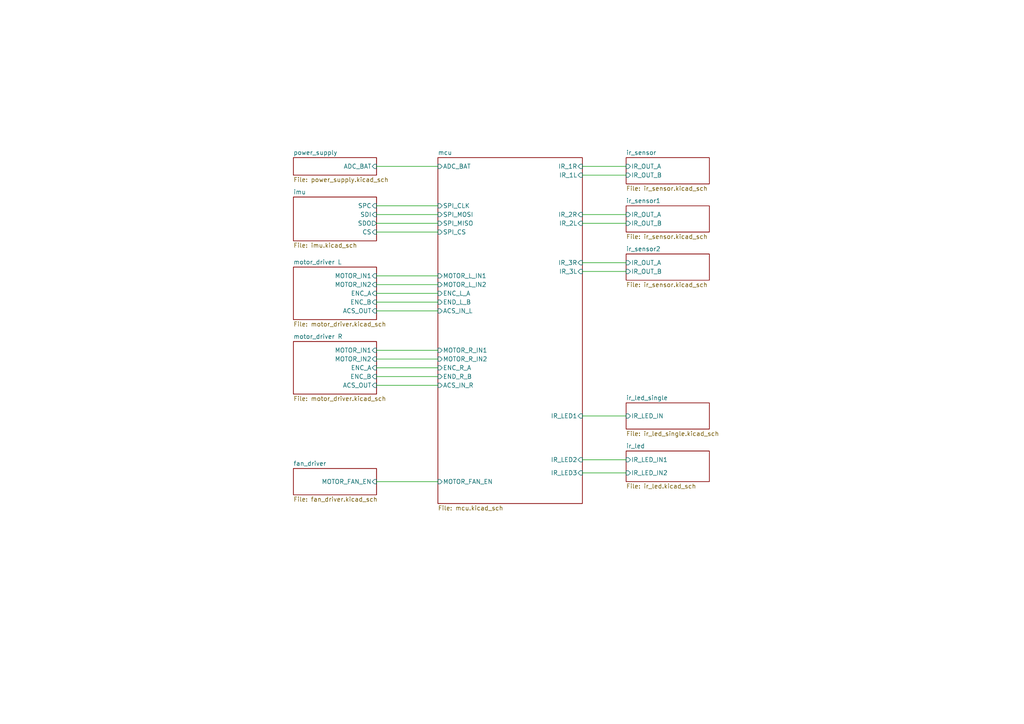
<source format=kicad_sch>
(kicad_sch
	(version 20231120)
	(generator "eeschema")
	(generator_version "8.0")
	(uuid "3fba01b2-297e-4d01-acf7-e925f3a1b718")
	(paper "A4")
	(lib_symbols)
	(wire
		(pts
			(xy 109.22 101.6) (xy 127 101.6)
		)
		(stroke
			(width 0)
			(type default)
		)
		(uuid "09a2fbd6-a9a2-47f5-900b-c2f3ba41ca1a")
	)
	(wire
		(pts
			(xy 109.22 80.01) (xy 127 80.01)
		)
		(stroke
			(width 0)
			(type default)
		)
		(uuid "1cd28184-e88f-409d-b25a-e5c6b042c5b5")
	)
	(wire
		(pts
			(xy 109.22 82.55) (xy 127 82.55)
		)
		(stroke
			(width 0)
			(type default)
		)
		(uuid "2a5601f1-d8a4-43ad-b3c1-10614300d3cf")
	)
	(wire
		(pts
			(xy 168.91 50.8) (xy 181.61 50.8)
		)
		(stroke
			(width 0)
			(type default)
		)
		(uuid "2d25c6ba-5de8-479c-9081-ce52473c377e")
	)
	(wire
		(pts
			(xy 109.22 62.23) (xy 127 62.23)
		)
		(stroke
			(width 0)
			(type default)
		)
		(uuid "35d330cc-cd22-4c24-9fd2-426c5a67f464")
	)
	(wire
		(pts
			(xy 109.22 48.26) (xy 127 48.26)
		)
		(stroke
			(width 0)
			(type default)
		)
		(uuid "5033e626-3242-45fe-9613-008430363865")
	)
	(wire
		(pts
			(xy 109.22 67.31) (xy 127 67.31)
		)
		(stroke
			(width 0)
			(type default)
		)
		(uuid "59fb0668-a76a-4476-b2c4-26de28bd2fa9")
	)
	(wire
		(pts
			(xy 168.91 120.65) (xy 181.61 120.65)
		)
		(stroke
			(width 0)
			(type default)
		)
		(uuid "69f285d6-94f4-41c5-9b2b-382625d2b02b")
	)
	(wire
		(pts
			(xy 109.22 139.7) (xy 127 139.7)
		)
		(stroke
			(width 0)
			(type default)
		)
		(uuid "6abbd327-f5a8-4a63-be17-4951b39caf87")
	)
	(wire
		(pts
			(xy 109.22 109.22) (xy 127 109.22)
		)
		(stroke
			(width 0)
			(type default)
		)
		(uuid "6bdd64f8-7159-41ea-a49f-8c73dc91c407")
	)
	(wire
		(pts
			(xy 109.22 106.68) (xy 127 106.68)
		)
		(stroke
			(width 0)
			(type default)
		)
		(uuid "70d45903-bd66-431e-9b46-7ab26132f118")
	)
	(wire
		(pts
			(xy 168.91 64.77) (xy 181.61 64.77)
		)
		(stroke
			(width 0)
			(type default)
		)
		(uuid "848cb297-c2e0-4360-9e0c-270f23cf412b")
	)
	(wire
		(pts
			(xy 109.22 90.17) (xy 127 90.17)
		)
		(stroke
			(width 0)
			(type default)
		)
		(uuid "8cba8aff-ee9b-4094-b99a-54a5e214947b")
	)
	(wire
		(pts
			(xy 109.22 87.63) (xy 127 87.63)
		)
		(stroke
			(width 0)
			(type default)
		)
		(uuid "90354337-a0e7-46bf-b81f-168593726060")
	)
	(wire
		(pts
			(xy 168.91 137.16) (xy 181.61 137.16)
		)
		(stroke
			(width 0)
			(type default)
		)
		(uuid "926a1e0a-cc1e-416e-8675-93f5c1431663")
	)
	(wire
		(pts
			(xy 109.22 59.69) (xy 127 59.69)
		)
		(stroke
			(width 0)
			(type default)
		)
		(uuid "94d6d7cc-501e-495e-b20f-415b624cbeb6")
	)
	(wire
		(pts
			(xy 168.91 133.35) (xy 181.61 133.35)
		)
		(stroke
			(width 0)
			(type default)
		)
		(uuid "a134120b-e7ab-42b3-8c40-d8b2555d01bd")
	)
	(wire
		(pts
			(xy 168.91 62.23) (xy 181.61 62.23)
		)
		(stroke
			(width 0)
			(type default)
		)
		(uuid "a41d280a-28f2-4168-84e4-325770de93b8")
	)
	(wire
		(pts
			(xy 168.91 78.74) (xy 181.61 78.74)
		)
		(stroke
			(width 0)
			(type default)
		)
		(uuid "b1de85d7-336f-4463-8465-b7f70cee4859")
	)
	(wire
		(pts
			(xy 109.22 104.14) (xy 127 104.14)
		)
		(stroke
			(width 0)
			(type default)
		)
		(uuid "b3363dad-8a4a-43d7-8216-927d59fbe9d5")
	)
	(wire
		(pts
			(xy 109.22 111.76) (xy 127 111.76)
		)
		(stroke
			(width 0)
			(type default)
		)
		(uuid "c1d6b48c-2720-4e55-97c9-f4686f00c7de")
	)
	(wire
		(pts
			(xy 109.22 64.77) (xy 127 64.77)
		)
		(stroke
			(width 0)
			(type default)
		)
		(uuid "c3db0302-c7ad-45fc-855f-927772bf02df")
	)
	(wire
		(pts
			(xy 168.91 76.2) (xy 181.61 76.2)
		)
		(stroke
			(width 0)
			(type default)
		)
		(uuid "f0ef2ef5-5803-4875-b8ca-b4bfa4391cbb")
	)
	(wire
		(pts
			(xy 109.22 85.09) (xy 127 85.09)
		)
		(stroke
			(width 0)
			(type default)
		)
		(uuid "fa6631bb-1a97-4417-b945-94ae6e4c7539")
	)
	(wire
		(pts
			(xy 168.91 48.26) (xy 181.61 48.26)
		)
		(stroke
			(width 0)
			(type default)
		)
		(uuid "fc5a2aed-d899-43f4-9b20-24d251b2ddf8")
	)
	(sheet
		(at 85.09 77.47)
		(size 24.13 15.24)
		(fields_autoplaced yes)
		(stroke
			(width 0.1524)
			(type solid)
		)
		(fill
			(color 0 0 0 0.0000)
		)
		(uuid "0b3d5506-65c8-43f6-bae7-92299b9d6d2b")
		(property "Sheetname" "motor_driver L"
			(at 85.09 76.7584 0)
			(effects
				(font
					(size 1.27 1.27)
				)
				(justify left bottom)
			)
		)
		(property "Sheetfile" "motor_driver.kicad_sch"
			(at 85.09 93.2946 0)
			(effects
				(font
					(size 1.27 1.27)
				)
				(justify left top)
			)
		)
		(pin "ENC_B" input
			(at 109.22 87.63 0)
			(effects
				(font
					(size 1.27 1.27)
				)
				(justify right)
			)
			(uuid "9c403d9d-8167-4d4b-9cd4-58d46f039b90")
		)
		(pin "ENC_A" input
			(at 109.22 85.09 0)
			(effects
				(font
					(size 1.27 1.27)
				)
				(justify right)
			)
			(uuid "9db8ba67-c90d-457e-b798-b0b9f8a7387e")
		)
		(pin "MOTOR_IN1" input
			(at 109.22 80.01 0)
			(effects
				(font
					(size 1.27 1.27)
				)
				(justify right)
			)
			(uuid "ca499643-1533-4dfc-9a13-78e5b495ceb7")
		)
		(pin "MOTOR_IN2" input
			(at 109.22 82.55 0)
			(effects
				(font
					(size 1.27 1.27)
				)
				(justify right)
			)
			(uuid "0daf77c8-44a3-48ce-8542-e9e319bf194b")
		)
		(pin "ACS_OUT" input
			(at 109.22 90.17 0)
			(effects
				(font
					(size 1.27 1.27)
				)
				(justify right)
			)
			(uuid "e1e2f7cc-20c7-4198-ab7d-a9f8884b9127")
		)
		(instances
			(project "Mercury-v2-pcb"
				(path "/3fba01b2-297e-4d01-acf7-e925f3a1b718"
					(page "4")
				)
			)
		)
	)
	(sheet
		(at 85.09 99.06)
		(size 24.13 15.24)
		(fields_autoplaced yes)
		(stroke
			(width 0.1524)
			(type solid)
		)
		(fill
			(color 0 0 0 0.0000)
		)
		(uuid "315c4463-9c48-44f4-a059-7def3f79a8d7")
		(property "Sheetname" "motor_driver R"
			(at 85.09 98.3484 0)
			(effects
				(font
					(size 1.27 1.27)
				)
				(justify left bottom)
			)
		)
		(property "Sheetfile" "motor_driver.kicad_sch"
			(at 85.09 114.8846 0)
			(effects
				(font
					(size 1.27 1.27)
				)
				(justify left top)
			)
		)
		(pin "ENC_B" input
			(at 109.22 109.22 0)
			(effects
				(font
					(size 1.27 1.27)
				)
				(justify right)
			)
			(uuid "5c3359eb-e641-477b-89a5-9f5ad852d536")
		)
		(pin "ENC_A" input
			(at 109.22 106.68 0)
			(effects
				(font
					(size 1.27 1.27)
				)
				(justify right)
			)
			(uuid "adad81a5-1007-47dd-b1c2-dd2ac77310a5")
		)
		(pin "MOTOR_IN1" input
			(at 109.22 101.6 0)
			(effects
				(font
					(size 1.27 1.27)
				)
				(justify right)
			)
			(uuid "b7bb6d5f-e357-4681-ba42-122a56d8ddc3")
		)
		(pin "MOTOR_IN2" input
			(at 109.22 104.14 0)
			(effects
				(font
					(size 1.27 1.27)
				)
				(justify right)
			)
			(uuid "421fdd99-5c7b-423d-9419-0810159d36d9")
		)
		(pin "ACS_OUT" input
			(at 109.22 111.76 0)
			(effects
				(font
					(size 1.27 1.27)
				)
				(justify right)
			)
			(uuid "876c70a5-d579-4a7a-85aa-22b664031cf8")
		)
		(instances
			(project "Mercury-v2-pcb"
				(path "/3fba01b2-297e-4d01-acf7-e925f3a1b718"
					(page "12")
				)
			)
		)
	)
	(sheet
		(at 85.09 57.15)
		(size 24.13 12.7)
		(fields_autoplaced yes)
		(stroke
			(width 0.1524)
			(type solid)
		)
		(fill
			(color 0 0 0 0.0000)
		)
		(uuid "6083f065-566c-4101-aa7d-106b6960f0e8")
		(property "Sheetname" "imu"
			(at 85.09 56.4384 0)
			(effects
				(font
					(size 1.27 1.27)
				)
				(justify left bottom)
			)
		)
		(property "Sheetfile" "imu.kicad_sch"
			(at 85.09 70.4346 0)
			(effects
				(font
					(size 1.27 1.27)
				)
				(justify left top)
			)
		)
		(pin "CS" input
			(at 109.22 67.31 0)
			(effects
				(font
					(size 1.27 1.27)
				)
				(justify right)
			)
			(uuid "a5d72fcd-5bc4-4d2b-8e87-2d40ad3793df")
		)
		(pin "SDI" input
			(at 109.22 62.23 0)
			(effects
				(font
					(size 1.27 1.27)
				)
				(justify right)
			)
			(uuid "c2b8dd74-83ec-4f68-96a0-157b51857862")
		)
		(pin "SDO" output
			(at 109.22 64.77 0)
			(effects
				(font
					(size 1.27 1.27)
				)
				(justify right)
			)
			(uuid "78d29744-00de-4d0b-be11-a1d034208de7")
		)
		(pin "SPC" input
			(at 109.22 59.69 0)
			(effects
				(font
					(size 1.27 1.27)
				)
				(justify right)
			)
			(uuid "fa2c757b-2a04-4961-8f32-f13aaf6fc600")
		)
		(instances
			(project "Mercury-v2-pcb"
				(path "/3fba01b2-297e-4d01-acf7-e925f3a1b718"
					(page "5")
				)
			)
		)
	)
	(sheet
		(at 127 45.72)
		(size 41.91 100.33)
		(fields_autoplaced yes)
		(stroke
			(width 0.1524)
			(type solid)
		)
		(fill
			(color 0 0 0 0.0000)
		)
		(uuid "698e9634-c62c-4603-a43f-e33f8613c6ee")
		(property "Sheetname" "mcu"
			(at 127 45.0084 0)
			(effects
				(font
					(size 1.27 1.27)
				)
				(justify left bottom)
			)
		)
		(property "Sheetfile" "mcu.kicad_sch"
			(at 127 146.6346 0)
			(effects
				(font
					(size 1.27 1.27)
				)
				(justify left top)
			)
		)
		(pin "ENC_L_A" input
			(at 127 85.09 180)
			(effects
				(font
					(size 1.27 1.27)
				)
				(justify left)
			)
			(uuid "d1674655-962e-4e99-9063-9d509d39075a")
		)
		(pin "MOTOR_L_IN1" input
			(at 127 80.01 180)
			(effects
				(font
					(size 1.27 1.27)
				)
				(justify left)
			)
			(uuid "33938c80-3689-436f-8cf8-767866e6e994")
		)
		(pin "MOTOR_R_IN1" input
			(at 127 101.6 180)
			(effects
				(font
					(size 1.27 1.27)
				)
				(justify left)
			)
			(uuid "e5a0ae6e-f356-4fd0-92bd-103749f9be82")
		)
		(pin "MOTOR_L_IN2" input
			(at 127 82.55 180)
			(effects
				(font
					(size 1.27 1.27)
				)
				(justify left)
			)
			(uuid "2d893362-7d2e-4025-911b-4070f970cad8")
		)
		(pin "END_R_B" input
			(at 127 109.22 180)
			(effects
				(font
					(size 1.27 1.27)
				)
				(justify left)
			)
			(uuid "54f02ce5-fb3b-4a8e-b40c-bffc4ec65b62")
		)
		(pin "END_L_B" input
			(at 127 87.63 180)
			(effects
				(font
					(size 1.27 1.27)
				)
				(justify left)
			)
			(uuid "6cfef8dc-1e82-49a5-b8ed-1bfa4813c14e")
		)
		(pin "ENC_R_A" input
			(at 127 106.68 180)
			(effects
				(font
					(size 1.27 1.27)
				)
				(justify left)
			)
			(uuid "2687f46c-ef5a-4891-b6c8-5ea24f96a2ff")
		)
		(pin "ADC_BAT" input
			(at 127 48.26 180)
			(effects
				(font
					(size 1.27 1.27)
				)
				(justify left)
			)
			(uuid "8472a35d-d0bf-40eb-9421-5c08a35a7291")
		)
		(pin "SPI_CLK" input
			(at 127 59.69 180)
			(effects
				(font
					(size 1.27 1.27)
				)
				(justify left)
			)
			(uuid "0a7b15c6-cdea-47e5-9da3-5f72c25d23be")
		)
		(pin "SPI_MOSI" input
			(at 127 62.23 180)
			(effects
				(font
					(size 1.27 1.27)
				)
				(justify left)
			)
			(uuid "24b82d32-5289-44f8-8d27-1b902b79690f")
		)
		(pin "SPI_MISO" input
			(at 127 64.77 180)
			(effects
				(font
					(size 1.27 1.27)
				)
				(justify left)
			)
			(uuid "5230569d-d484-4c4d-a6f0-acf00982c5a2")
		)
		(pin "SPI_CS" input
			(at 127 67.31 180)
			(effects
				(font
					(size 1.27 1.27)
				)
				(justify left)
			)
			(uuid "a21d40a6-13a0-4b1c-a5f6-d465d8067d7d")
		)
		(pin "MOTOR_R_IN2" input
			(at 127 104.14 180)
			(effects
				(font
					(size 1.27 1.27)
				)
				(justify left)
			)
			(uuid "bae198cc-5967-4e74-9f2e-7ce31d5b5653")
		)
		(pin "MOTOR_FAN_EN" input
			(at 127 139.7 180)
			(effects
				(font
					(size 1.27 1.27)
				)
				(justify left)
			)
			(uuid "4aba0f8f-ac9a-442d-8db0-f7983126de54")
		)
		(pin "IR_3L" input
			(at 168.91 78.74 0)
			(effects
				(font
					(size 1.27 1.27)
				)
				(justify right)
			)
			(uuid "0d066d07-8f7a-4f18-bbd2-58277f8c97e9")
		)
		(pin "ACS_IN_L" input
			(at 127 90.17 180)
			(effects
				(font
					(size 1.27 1.27)
				)
				(justify left)
			)
			(uuid "13c087ec-1cfc-4c59-8b87-8c622a946a53")
		)
		(pin "IR_2L" input
			(at 168.91 64.77 0)
			(effects
				(font
					(size 1.27 1.27)
				)
				(justify right)
			)
			(uuid "5b03f911-2e24-40c1-963c-ffb40b57883b")
		)
		(pin "IR_LED3" input
			(at 168.91 137.16 0)
			(effects
				(font
					(size 1.27 1.27)
				)
				(justify right)
			)
			(uuid "0ed23e2b-5409-437d-bbb6-752bdd9d3a0f")
		)
		(pin "IR_3R" input
			(at 168.91 76.2 0)
			(effects
				(font
					(size 1.27 1.27)
				)
				(justify right)
			)
			(uuid "6fe610c7-70b4-4d28-b9f7-3628a2f30b78")
		)
		(pin "IR_2R" input
			(at 168.91 62.23 0)
			(effects
				(font
					(size 1.27 1.27)
				)
				(justify right)
			)
			(uuid "81efab10-1c07-4af5-a40e-497da23e4b59")
		)
		(pin "IR_LED1" input
			(at 168.91 120.65 0)
			(effects
				(font
					(size 1.27 1.27)
				)
				(justify right)
			)
			(uuid "78caa32e-10f5-4a91-8e78-0fa57a3084fe")
		)
		(pin "IR_1R" input
			(at 168.91 48.26 0)
			(effects
				(font
					(size 1.27 1.27)
				)
				(justify right)
			)
			(uuid "d09fb107-ef38-44b2-a8b7-5b760b96deb7")
		)
		(pin "ACS_IN_R" input
			(at 127 111.76 180)
			(effects
				(font
					(size 1.27 1.27)
				)
				(justify left)
			)
			(uuid "4f33a444-f5ac-4175-8583-50f2fd56af8d")
		)
		(pin "IR_LED2" input
			(at 168.91 133.35 0)
			(effects
				(font
					(size 1.27 1.27)
				)
				(justify right)
			)
			(uuid "b810633c-0ca4-42cb-b4dc-dd4066b5e10d")
		)
		(pin "IR_1L" input
			(at 168.91 50.8 0)
			(effects
				(font
					(size 1.27 1.27)
				)
				(justify right)
			)
			(uuid "84b5077f-7ca3-4954-9b0d-3667bc610f63")
		)
		(instances
			(project "Mercury-v2-pcb"
				(path "/3fba01b2-297e-4d01-acf7-e925f3a1b718"
					(page "2")
				)
			)
		)
	)
	(sheet
		(at 181.61 45.72)
		(size 24.13 7.62)
		(fields_autoplaced yes)
		(stroke
			(width 0.1524)
			(type solid)
		)
		(fill
			(color 0 0 0 0.0000)
		)
		(uuid "8a645202-7954-44a8-a8d0-ecb4f4e51a4e")
		(property "Sheetname" "ir_sensor"
			(at 181.61 45.0084 0)
			(effects
				(font
					(size 1.27 1.27)
				)
				(justify left bottom)
			)
		)
		(property "Sheetfile" "ir_sensor.kicad_sch"
			(at 181.61 53.9246 0)
			(effects
				(font
					(size 1.27 1.27)
				)
				(justify left top)
			)
		)
		(pin "IR_OUT_B" input
			(at 181.61 50.8 180)
			(effects
				(font
					(size 1.27 1.27)
				)
				(justify left)
			)
			(uuid "612f51d8-644f-4703-a9b5-3ceb4e8236d1")
		)
		(pin "IR_OUT_A" input
			(at 181.61 48.26 180)
			(effects
				(font
					(size 1.27 1.27)
				)
				(justify left)
			)
			(uuid "cfa45d26-8da6-4024-831e-6a031d5b6669")
		)
		(instances
			(project "Mercury-v2-pcb"
				(path "/3fba01b2-297e-4d01-acf7-e925f3a1b718"
					(page "3")
				)
			)
		)
	)
	(sheet
		(at 181.61 59.69)
		(size 24.13 7.62)
		(fields_autoplaced yes)
		(stroke
			(width 0.1524)
			(type solid)
		)
		(fill
			(color 0 0 0 0.0000)
		)
		(uuid "b3eda6d4-d12a-4cac-a07a-f8cb0ceb26a6")
		(property "Sheetname" "ir_sensor1"
			(at 181.61 58.9784 0)
			(effects
				(font
					(size 1.27 1.27)
				)
				(justify left bottom)
			)
		)
		(property "Sheetfile" "ir_sensor.kicad_sch"
			(at 181.61 67.8946 0)
			(effects
				(font
					(size 1.27 1.27)
				)
				(justify left top)
			)
		)
		(pin "IR_OUT_B" input
			(at 181.61 64.77 180)
			(effects
				(font
					(size 1.27 1.27)
				)
				(justify left)
			)
			(uuid "09bcaab4-3b74-4aca-ba4a-74e75d2055b1")
		)
		(pin "IR_OUT_A" input
			(at 181.61 62.23 180)
			(effects
				(font
					(size 1.27 1.27)
				)
				(justify left)
			)
			(uuid "4bb0acd9-2ee2-4008-9c40-a8278b1aeac4")
		)
		(instances
			(project "Mercury-v2-pcb"
				(path "/3fba01b2-297e-4d01-acf7-e925f3a1b718"
					(page "8")
				)
			)
		)
	)
	(sheet
		(at 85.09 45.72)
		(size 24.13 5.08)
		(fields_autoplaced yes)
		(stroke
			(width 0.1524)
			(type solid)
		)
		(fill
			(color 0 0 0 0.0000)
		)
		(uuid "c3fef2c5-f00b-4811-8e95-b09fea682fe3")
		(property "Sheetname" "power_supply"
			(at 85.09 45.0084 0)
			(effects
				(font
					(size 1.27 1.27)
				)
				(justify left bottom)
			)
		)
		(property "Sheetfile" "power_supply.kicad_sch"
			(at 85.09 51.3846 0)
			(effects
				(font
					(size 1.27 1.27)
				)
				(justify left top)
			)
		)
		(pin "ADC_BAT" input
			(at 109.22 48.26 0)
			(effects
				(font
					(size 1.27 1.27)
				)
				(justify right)
			)
			(uuid "738e87bc-e6b5-435a-be2b-9e144f36c791")
		)
		(instances
			(project "Mercury-v2-pcb"
				(path "/3fba01b2-297e-4d01-acf7-e925f3a1b718"
					(page "7")
				)
			)
		)
	)
	(sheet
		(at 181.61 130.81)
		(size 24.13 8.89)
		(fields_autoplaced yes)
		(stroke
			(width 0.1524)
			(type solid)
		)
		(fill
			(color 0 0 0 0.0000)
		)
		(uuid "d22aae3d-b0f8-437f-811d-661b08c5b509")
		(property "Sheetname" "ir_led"
			(at 181.61 130.0984 0)
			(effects
				(font
					(size 1.27 1.27)
				)
				(justify left bottom)
			)
		)
		(property "Sheetfile" "ir_led.kicad_sch"
			(at 181.61 140.2846 0)
			(effects
				(font
					(size 1.27 1.27)
				)
				(justify left top)
			)
		)
		(pin "IR_LED_IN1" input
			(at 181.61 133.35 180)
			(effects
				(font
					(size 1.27 1.27)
				)
				(justify left)
			)
			(uuid "2b8983c0-fde8-4470-9161-f9ddc33cbc69")
		)
		(pin "IR_LED_IN2" input
			(at 181.61 137.16 180)
			(effects
				(font
					(size 1.27 1.27)
				)
				(justify left)
			)
			(uuid "bd6388f9-0fa8-4ccb-8fa4-a7983aa2899f")
		)
		(instances
			(project "Mercury-v2-pcb"
				(path "/3fba01b2-297e-4d01-acf7-e925f3a1b718"
					(page "6")
				)
			)
		)
	)
	(sheet
		(at 85.09 135.89)
		(size 24.13 7.62)
		(fields_autoplaced yes)
		(stroke
			(width 0.1524)
			(type solid)
		)
		(fill
			(color 0 0 0 0.0000)
		)
		(uuid "db4de92c-a449-4434-ba7f-4e254c63a49f")
		(property "Sheetname" "fan_driver"
			(at 85.09 135.1784 0)
			(effects
				(font
					(size 1.27 1.27)
				)
				(justify left bottom)
			)
		)
		(property "Sheetfile" "fan_driver.kicad_sch"
			(at 85.09 144.0946 0)
			(effects
				(font
					(size 1.27 1.27)
				)
				(justify left top)
			)
		)
		(pin "MOTOR_FAN_EN" input
			(at 109.22 139.7 0)
			(effects
				(font
					(size 1.27 1.27)
				)
				(justify right)
			)
			(uuid "27a98ec6-2b8d-4cc4-9d53-e8427cd371cd")
		)
		(instances
			(project "Mercury-v2-pcb"
				(path "/3fba01b2-297e-4d01-acf7-e925f3a1b718"
					(page "13")
				)
			)
		)
	)
	(sheet
		(at 181.61 116.84)
		(size 24.13 7.62)
		(fields_autoplaced yes)
		(stroke
			(width 0.1524)
			(type solid)
		)
		(fill
			(color 0 0 0 0.0000)
		)
		(uuid "f3b3db06-3627-486f-8daa-a25eb9f18bb7")
		(property "Sheetname" "ir_led_single"
			(at 181.61 116.1284 0)
			(effects
				(font
					(size 1.27 1.27)
				)
				(justify left bottom)
			)
		)
		(property "Sheetfile" "ir_led_single.kicad_sch"
			(at 181.61 125.0446 0)
			(effects
				(font
					(size 1.27 1.27)
				)
				(justify left top)
			)
		)
		(pin "IR_LED_IN" input
			(at 181.61 120.65 180)
			(effects
				(font
					(size 1.27 1.27)
				)
				(justify left)
			)
			(uuid "4f6f4446-e9e7-4094-a787-49e241923b1d")
		)
		(instances
			(project "Mercury-v2-pcb"
				(path "/3fba01b2-297e-4d01-acf7-e925f3a1b718"
					(page "12")
				)
			)
		)
	)
	(sheet
		(at 181.61 73.66)
		(size 24.13 7.62)
		(fields_autoplaced yes)
		(stroke
			(width 0.1524)
			(type solid)
		)
		(fill
			(color 0 0 0 0.0000)
		)
		(uuid "f7d84742-fea4-4416-8221-a164e770be1d")
		(property "Sheetname" "ir_sensor2"
			(at 181.61 72.9484 0)
			(effects
				(font
					(size 1.27 1.27)
				)
				(justify left bottom)
			)
		)
		(property "Sheetfile" "ir_sensor.kicad_sch"
			(at 181.61 81.8646 0)
			(effects
				(font
					(size 1.27 1.27)
				)
				(justify left top)
			)
		)
		(pin "IR_OUT_B" input
			(at 181.61 78.74 180)
			(effects
				(font
					(size 1.27 1.27)
				)
				(justify left)
			)
			(uuid "2bf84954-6b5a-4337-999e-1bda583a8253")
		)
		(pin "IR_OUT_A" input
			(at 181.61 76.2 180)
			(effects
				(font
					(size 1.27 1.27)
				)
				(justify left)
			)
			(uuid "f65093f7-da25-4941-86d2-45bd126759dc")
		)
		(instances
			(project "Mercury-v2-pcb"
				(path "/3fba01b2-297e-4d01-acf7-e925f3a1b718"
					(page "9")
				)
			)
		)
	)
	(sheet_instances
		(path "/"
			(page "1")
		)
	)
)

</source>
